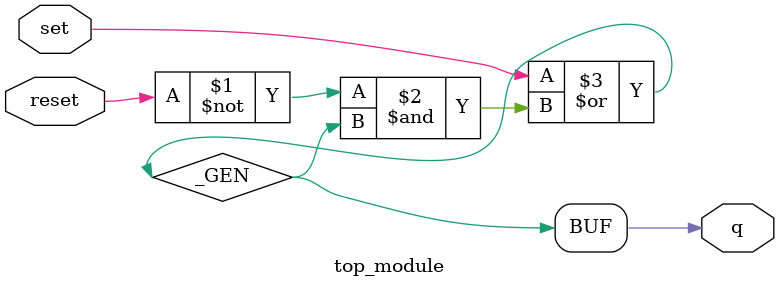
<source format=v>
module top_module(	// file.cleaned.mlir:2:3
  input  set,	// file.cleaned.mlir:2:28
         reset,	// file.cleaned.mlir:2:42
  output q	// file.cleaned.mlir:2:59
);

  wire _GEN;	// file.cleaned.mlir:6:10
  assign _GEN = set | ~reset & _GEN;	// file.cleaned.mlir:4:10, :5:10, :6:10
  assign q = _GEN;	// file.cleaned.mlir:6:10, :7:5
endmodule


</source>
